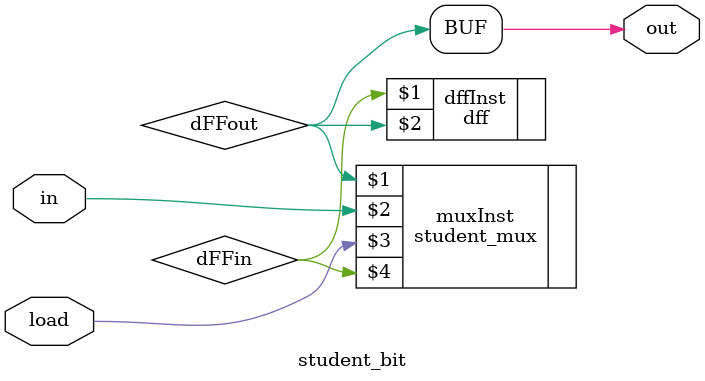
<source format=v>
module student_bit(input in, load, output out);
    wire dFFin, dFFout;
    student_mux muxInst(dFFout,in,load,dFFin); //could alternative and load with clk signal
    dff dffInst(dFFin, dFFout);
    assign out = dFFout;
endmodule
</source>
